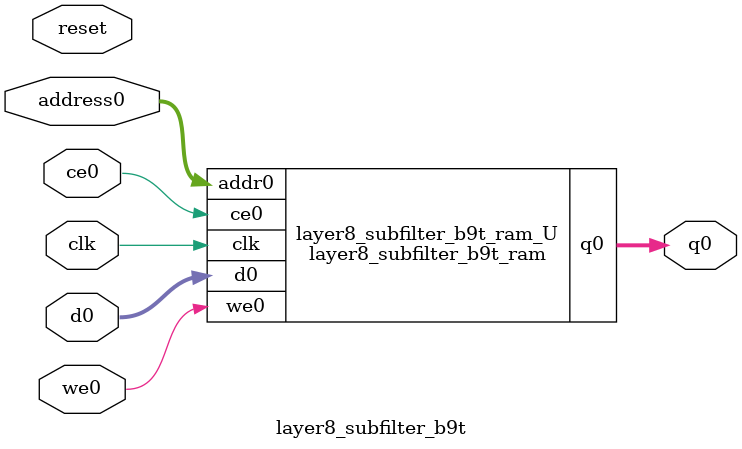
<source format=v>
`timescale 1 ns / 1 ps
module layer8_subfilter_b9t_ram (addr0, ce0, d0, we0, q0,  clk);

parameter DWIDTH = 5;
parameter AWIDTH = 7;
parameter MEM_SIZE = 81;

input[AWIDTH-1:0] addr0;
input ce0;
input[DWIDTH-1:0] d0;
input we0;
output reg[DWIDTH-1:0] q0;
input clk;

(* ram_style = "distributed" *)reg [DWIDTH-1:0] ram[0:MEM_SIZE-1];




always @(posedge clk)  
begin 
    if (ce0) 
    begin
        if (we0) 
        begin 
            ram[addr0] <= d0; 
        end 
        q0 <= ram[addr0];
    end
end


endmodule

`timescale 1 ns / 1 ps
module layer8_subfilter_b9t(
    reset,
    clk,
    address0,
    ce0,
    we0,
    d0,
    q0);

parameter DataWidth = 32'd5;
parameter AddressRange = 32'd81;
parameter AddressWidth = 32'd7;
input reset;
input clk;
input[AddressWidth - 1:0] address0;
input ce0;
input we0;
input[DataWidth - 1:0] d0;
output[DataWidth - 1:0] q0;



layer8_subfilter_b9t_ram layer8_subfilter_b9t_ram_U(
    .clk( clk ),
    .addr0( address0 ),
    .ce0( ce0 ),
    .we0( we0 ),
    .d0( d0 ),
    .q0( q0 ));

endmodule


</source>
